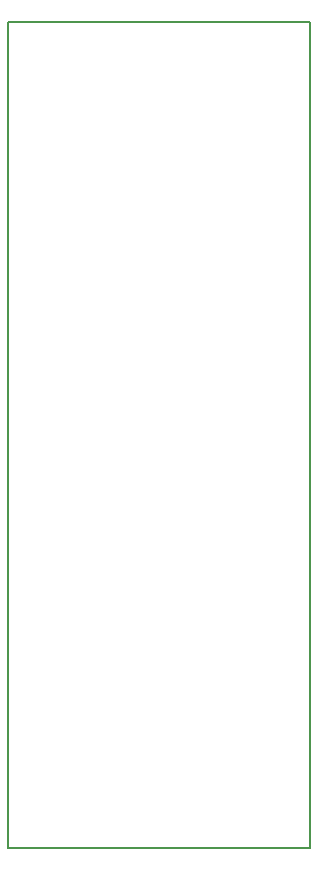
<source format=gbr>
G04 #@! TF.FileFunction,Profile,NP*
%FSLAX46Y46*%
G04 Gerber Fmt 4.6, Leading zero omitted, Abs format (unit mm)*
G04 Created by KiCad (PCBNEW 4.0.7) date 10/06/20 21:35:31*
%MOMM*%
%LPD*%
G01*
G04 APERTURE LIST*
%ADD10C,0.100000*%
%ADD11C,0.150000*%
G04 APERTURE END LIST*
D10*
D11*
X55798000Y-99276000D02*
X55798000Y-29276000D01*
X81298000Y-99276000D02*
X55798000Y-99276000D01*
X81298000Y-29276000D02*
X81298000Y-99276000D01*
X55798000Y-29276000D02*
X81298000Y-29276000D01*
M02*

</source>
